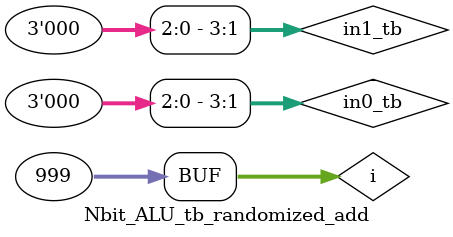
<source format=v>
module Nbit_ALU_tb_randomized_add();
parameter N_width_tb = 4;
parameter OPCODE_tb = 0;

reg [N_width_tb-1:0] in0_tb , in1_tb , out_exp; 
wire [N_width_tb-1:0] out_tb;

Nbit_ALU #(.N_width(N_width_tb), .OPCODE(OPCODE_tb)) DUT (out_tb , in0_tb , in1_tb);

//opcode = 0
integer i;
initial begin
  for(i=0; i<999; i=i+1)begin
    in0_tb= $random;
    in1_tb= $random;
    out_exp= in0_tb + in1_tb; 
    #10;
    if(out_tb != out_exp)begin
        $display("error-ALU in addition");
    end
  end
  $display("No errors found in addition");
end

endmodule
</source>
